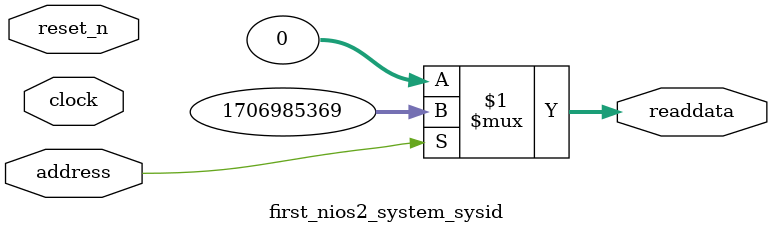
<source format=v>



// synthesis translate_off
`timescale 1ns / 1ps
// synthesis translate_on

// turn off superfluous verilog processor warnings 
// altera message_level Level1 
// altera message_off 10034 10035 10036 10037 10230 10240 10030 

module first_nios2_system_sysid (
               // inputs:
                address,
                clock,
                reset_n,

               // outputs:
                readdata
             )
;

  output  [ 31: 0] readdata;
  input            address;
  input            clock;
  input            reset_n;

  wire    [ 31: 0] readdata;
  //control_slave, which is an e_avalon_slave
  assign readdata = address ? 1706985369 : 0;

endmodule



</source>
